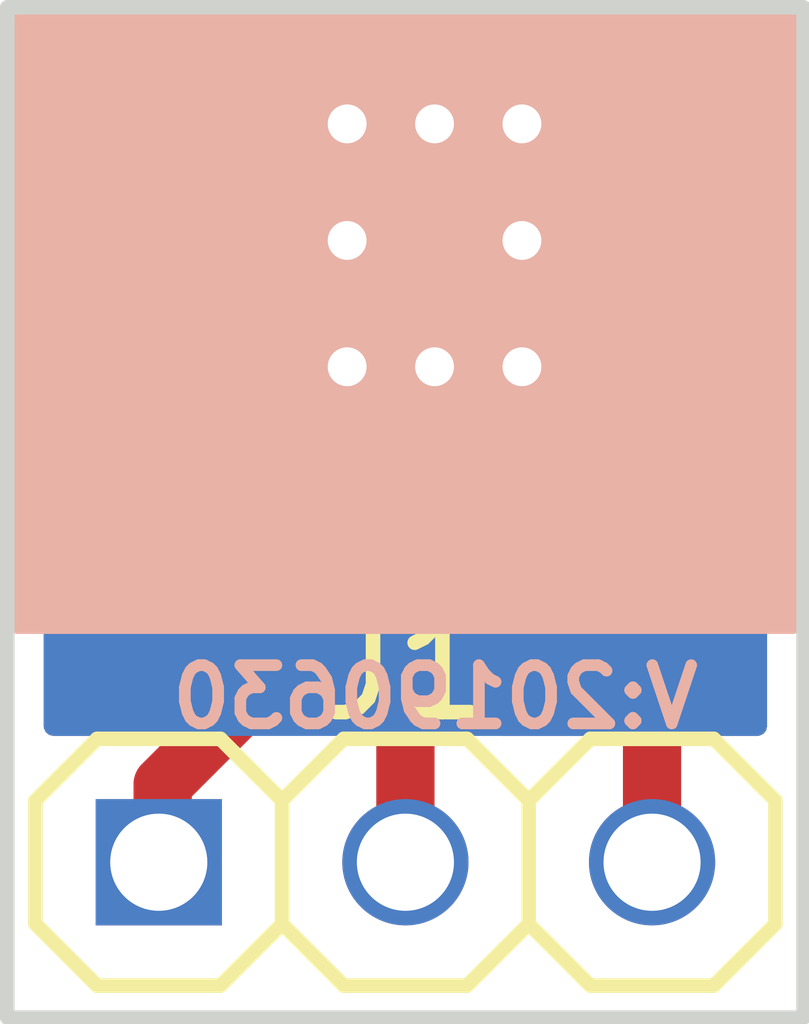
<source format=kicad_pcb>
(kicad_pcb (version 20171130) (host pcbnew 5.1.2-f72e74a~84~ubuntu18.04.1)

  (general
    (thickness 1.6)
    (drawings 5)
    (tracks 19)
    (zones 0)
    (modules 4)
    (nets 4)
  )

  (page A4)
  (layers
    (0 F.Cu signal)
    (31 B.Cu signal)
    (32 B.Adhes user)
    (33 F.Adhes user)
    (34 B.Paste user)
    (35 F.Paste user)
    (36 B.SilkS user)
    (37 F.SilkS user)
    (38 B.Mask user)
    (39 F.Mask user)
    (40 Dwgs.User user)
    (41 Cmts.User user)
    (42 Eco1.User user)
    (43 Eco2.User user)
    (44 Edge.Cuts user)
    (45 Margin user)
    (46 B.CrtYd user)
    (47 F.CrtYd user)
    (48 B.Fab user)
    (49 F.Fab user)
  )

  (setup
    (last_trace_width 0.1524)
    (user_trace_width 0.1524)
    (user_trace_width 0.2)
    (user_trace_width 0.3)
    (user_trace_width 0.4)
    (user_trace_width 0.6)
    (user_trace_width 1)
    (user_trace_width 1.5)
    (user_trace_width 2)
    (trace_clearance 0.1524)
    (zone_clearance 0.3)
    (zone_45_only no)
    (trace_min 0.1524)
    (via_size 0.381)
    (via_drill 0.254)
    (via_min_size 0.381)
    (via_min_drill 0.254)
    (user_via 0.4 0.254)
    (user_via 0.6 0.4)
    (user_via 0.8 0.6)
    (user_via 1 0.8)
    (user_via 1.3 1)
    (user_via 1.5 1.2)
    (user_via 1.7 1.4)
    (user_via 1.9 1.6)
    (uvia_size 0.381)
    (uvia_drill 0.254)
    (uvias_allowed no)
    (uvia_min_size 0.381)
    (uvia_min_drill 0.254)
    (edge_width 0.15)
    (segment_width 0.2)
    (pcb_text_width 0.3)
    (pcb_text_size 1.5 1.5)
    (mod_edge_width 0.15)
    (mod_text_size 1 1)
    (mod_text_width 0.15)
    (pad_size 0.6 1)
    (pad_drill 0)
    (pad_to_mask_clearance 0.1)
    (solder_mask_min_width 0.1)
    (pad_to_paste_clearance_ratio -0.15)
    (aux_axis_origin 0 0)
    (visible_elements FFFFFF7F)
    (pcbplotparams
      (layerselection 0x010fc_ffffffff)
      (usegerberextensions true)
      (usegerberattributes false)
      (usegerberadvancedattributes false)
      (creategerberjobfile false)
      (excludeedgelayer true)
      (linewidth 0.100000)
      (plotframeref false)
      (viasonmask false)
      (mode 1)
      (useauxorigin false)
      (hpglpennumber 1)
      (hpglpenspeed 20)
      (hpglpendiameter 15.000000)
      (psnegative false)
      (psa4output false)
      (plotreference true)
      (plotvalue true)
      (plotinvisibletext false)
      (padsonsilk false)
      (subtractmaskfromsilk false)
      (outputformat 1)
      (mirror false)
      (drillshape 0)
      (scaleselection 1)
      (outputdirectory "OSH_Park_2_layer_plots"))
  )

  (net 0 "")
  (net 1 /PIN_3)
  (net 2 /PIN_2)
  (net 3 /PIN_1)

  (net_class Default "This is the default net class."
    (clearance 0.1524)
    (trace_width 0.1524)
    (via_dia 0.381)
    (via_drill 0.254)
    (uvia_dia 0.381)
    (uvia_drill 0.254)
    (add_net /PIN_1)
    (add_net /PIN_2)
    (add_net /PIN_3)
  )

  (module SquantorIC:SOT23-3-Microchip-CB (layer F.Cu) (tedit 5D189B83) (tstamp 5D189F5E)
    (at 152 84.9)
    (descr "SOT23 3 pin, Microchip name CB")
    (tags "SOT23 3pin Microchip CB")
    (path /5D18A449)
    (fp_text reference U1 (at 0 -2.9) (layer F.SilkS)
      (effects (font (size 1 1) (thickness 0.15)))
    )
    (fp_text value Generic_SOT23-3 (at 0 2.8) (layer F.Fab) hide
      (effects (font (size 1 1) (thickness 0.15)))
    )
    (fp_line (start -1.7 -2.2) (end -1.7 2.2) (layer F.CrtYd) (width 0.05))
    (fp_line (start 1.7 -2.2) (end -1.7 -2.2) (layer F.CrtYd) (width 0.05))
    (fp_line (start 1.7 2.2) (end 1.7 -2.2) (layer F.CrtYd) (width 0.05))
    (fp_line (start -1.7 2.2) (end 1.7 2.2) (layer F.CrtYd) (width 0.05))
    (fp_line (start -1.3 0.6) (end -1.3 -0.6) (layer F.SilkS) (width 0.15))
    (fp_line (start 1.3 0.6) (end -1.3 0.6) (layer F.SilkS) (width 0.15))
    (fp_line (start 1.3 -0.6) (end 1.3 0.6) (layer F.SilkS) (width 0.15))
    (fp_line (start -1.3 -0.6) (end 1.3 -0.6) (layer F.SilkS) (width 0.15))
    (pad 3 smd rect (at 0 -1.35) (size 0.6 1) (layers F.Cu F.Paste F.Mask)
      (net 1 /PIN_3) (zone_connect 2))
    (pad 2 smd rect (at 0.95 1.35) (size 0.6 1) (layers F.Cu F.Paste F.Mask)
      (net 2 /PIN_2))
    (pad 1 smd rect (at -0.95 1.35) (size 0.6 1) (layers F.Cu F.Paste F.Mask)
      (net 3 /PIN_1))
  )

  (module SquantorConnectors:Header-0254-1X03-H010 (layer F.Cu) (tedit 5BE2003D) (tstamp 5D189F43)
    (at 151.7 90)
    (descr "PIN HEADER")
    (tags "PIN HEADER")
    (path /5D189E10)
    (attr virtual)
    (fp_text reference J1 (at 0 -2) (layer F.SilkS)
      (effects (font (size 1 1) (thickness 0.15)))
    )
    (fp_text value PINS_1X03 (at 0 2.1) (layer F.Fab) hide
      (effects (font (size 1 1) (thickness 0.15)))
    )
    (fp_line (start 1.905 1.27) (end 1.27 0.635) (layer F.SilkS) (width 0.15))
    (fp_line (start 3.175 1.27) (end 1.905 1.27) (layer F.SilkS) (width 0.15))
    (fp_line (start 3.81 0.635) (end 3.175 1.27) (layer F.SilkS) (width 0.15))
    (fp_line (start 3.81 -0.635) (end 3.81 0.635) (layer F.SilkS) (width 0.15))
    (fp_line (start 3.175 -1.27) (end 3.81 -0.635) (layer F.SilkS) (width 0.15))
    (fp_line (start 1.905 -1.27) (end 3.175 -1.27) (layer F.SilkS) (width 0.15))
    (fp_line (start 1.27 -0.635) (end 1.905 -1.27) (layer F.SilkS) (width 0.15))
    (fp_line (start -1.905 1.27) (end -3.175 1.27) (layer F.SilkS) (width 0.15))
    (fp_line (start -3.81 0.635) (end -3.175 1.27) (layer F.SilkS) (width 0.15))
    (fp_line (start -3.175 -1.27) (end -3.81 -0.635) (layer F.SilkS) (width 0.15))
    (fp_line (start -3.81 -0.635) (end -3.81 0.635) (layer F.SilkS) (width 0.15))
    (fp_line (start -0.635 1.27) (end -1.27 0.635) (layer F.SilkS) (width 0.15))
    (fp_line (start 0.635 1.27) (end -0.635 1.27) (layer F.SilkS) (width 0.15))
    (fp_line (start 1.27 0.635) (end 0.635 1.27) (layer F.SilkS) (width 0.15))
    (fp_line (start 1.27 -0.635) (end 1.27 0.635) (layer F.SilkS) (width 0.15))
    (fp_line (start 0.635 -1.27) (end 1.27 -0.635) (layer F.SilkS) (width 0.15))
    (fp_line (start -0.635 -1.27) (end 0.635 -1.27) (layer F.SilkS) (width 0.15))
    (fp_line (start -1.27 -0.635) (end -0.635 -1.27) (layer F.SilkS) (width 0.15))
    (fp_line (start -1.27 0.635) (end -1.905 1.27) (layer F.SilkS) (width 0.15))
    (fp_line (start -1.27 -0.635) (end -1.27 0.635) (layer F.SilkS) (width 0.15))
    (fp_line (start -1.905 -1.27) (end -1.27 -0.635) (layer F.SilkS) (width 0.15))
    (fp_line (start -3.175 -1.27) (end -1.905 -1.27) (layer F.SilkS) (width 0.15))
    (pad 3 thru_hole circle (at 2.54 0 180) (size 1.3 1.3) (drill 1) (layers *.Cu *.Mask)
      (net 1 /PIN_3))
    (pad 2 thru_hole circle (at 0 0 180) (size 1.3 1.3) (drill 1) (layers *.Cu *.Mask)
      (net 2 /PIN_2))
    (pad 1 thru_hole rect (at -2.54 0 180) (size 1.3 1.3) (drill 1) (layers *.Cu *.Mask)
      (net 3 /PIN_1))
  )

  (module Symbols:OSHW-Symbol_6.7x6mm_SilkScreen (layer B.Cu) (tedit 0) (tstamp 5D189FEB)
    (at 152 84.6 180)
    (descr "Open Source Hardware Symbol")
    (tags "Logo Symbol OSHW")
    (path /5A135869)
    (attr virtual)
    (fp_text reference N1 (at 0 0) (layer B.SilkS) hide
      (effects (font (size 1 1) (thickness 0.15)) (justify mirror))
    )
    (fp_text value OHWLOGO (at 0.75 0) (layer B.Fab) hide
      (effects (font (size 1 1) (thickness 0.15)) (justify mirror))
    )
    (fp_poly (pts (xy 0.555814 2.531069) (xy 0.639635 2.086445) (xy 0.94892 1.958947) (xy 1.258206 1.831449)
      (xy 1.629246 2.083754) (xy 1.733157 2.154004) (xy 1.827087 2.216728) (xy 1.906652 2.269062)
      (xy 1.96747 2.308143) (xy 2.005157 2.331107) (xy 2.015421 2.336058) (xy 2.03391 2.323324)
      (xy 2.07342 2.288118) (xy 2.129522 2.234938) (xy 2.197787 2.168282) (xy 2.273786 2.092646)
      (xy 2.353092 2.012528) (xy 2.431275 1.932426) (xy 2.503907 1.856836) (xy 2.566559 1.790255)
      (xy 2.614803 1.737182) (xy 2.64421 1.702113) (xy 2.651241 1.690377) (xy 2.641123 1.66874)
      (xy 2.612759 1.621338) (xy 2.569129 1.552807) (xy 2.513218 1.467785) (xy 2.448006 1.370907)
      (xy 2.410219 1.31565) (xy 2.341343 1.214752) (xy 2.28014 1.123701) (xy 2.229578 1.04703)
      (xy 2.192628 0.989272) (xy 2.172258 0.954957) (xy 2.169197 0.947746) (xy 2.176136 0.927252)
      (xy 2.195051 0.879487) (xy 2.223087 0.811168) (xy 2.257391 0.729011) (xy 2.295109 0.63973)
      (xy 2.333387 0.550042) (xy 2.36937 0.466662) (xy 2.400206 0.396306) (xy 2.423039 0.34569)
      (xy 2.435017 0.321529) (xy 2.435724 0.320578) (xy 2.454531 0.315964) (xy 2.504618 0.305672)
      (xy 2.580793 0.290713) (xy 2.677865 0.272099) (xy 2.790643 0.250841) (xy 2.856442 0.238582)
      (xy 2.97695 0.215638) (xy 3.085797 0.193805) (xy 3.177476 0.174278) (xy 3.246481 0.158252)
      (xy 3.287304 0.146921) (xy 3.295511 0.143326) (xy 3.303548 0.118994) (xy 3.310033 0.064041)
      (xy 3.31497 -0.015108) (xy 3.318364 -0.112026) (xy 3.320218 -0.220287) (xy 3.320538 -0.333465)
      (xy 3.319327 -0.445135) (xy 3.31659 -0.548868) (xy 3.312331 -0.638241) (xy 3.306555 -0.706826)
      (xy 3.299267 -0.748197) (xy 3.294895 -0.75681) (xy 3.268764 -0.767133) (xy 3.213393 -0.781892)
      (xy 3.136107 -0.799352) (xy 3.04423 -0.81778) (xy 3.012158 -0.823741) (xy 2.857524 -0.852066)
      (xy 2.735375 -0.874876) (xy 2.641673 -0.89308) (xy 2.572384 -0.907583) (xy 2.523471 -0.919292)
      (xy 2.490897 -0.929115) (xy 2.470628 -0.937956) (xy 2.458626 -0.946724) (xy 2.456947 -0.948457)
      (xy 2.440184 -0.976371) (xy 2.414614 -1.030695) (xy 2.382788 -1.104777) (xy 2.34726 -1.191965)
      (xy 2.310583 -1.285608) (xy 2.275311 -1.379052) (xy 2.243996 -1.465647) (xy 2.219193 -1.53874)
      (xy 2.203454 -1.591678) (xy 2.199332 -1.617811) (xy 2.199676 -1.618726) (xy 2.213641 -1.640086)
      (xy 2.245322 -1.687084) (xy 2.291391 -1.754827) (xy 2.348518 -1.838423) (xy 2.413373 -1.932982)
      (xy 2.431843 -1.959854) (xy 2.497699 -2.057275) (xy 2.55565 -2.146163) (xy 2.602538 -2.221412)
      (xy 2.635207 -2.27792) (xy 2.6505 -2.310581) (xy 2.651241 -2.314593) (xy 2.638392 -2.335684)
      (xy 2.602888 -2.377464) (xy 2.549293 -2.435445) (xy 2.482171 -2.505135) (xy 2.406087 -2.582045)
      (xy 2.325604 -2.661683) (xy 2.245287 -2.739561) (xy 2.169699 -2.811186) (xy 2.103405 -2.87207)
      (xy 2.050969 -2.917721) (xy 2.016955 -2.94365) (xy 2.007545 -2.947883) (xy 1.985643 -2.937912)
      (xy 1.9408 -2.91102) (xy 1.880321 -2.871736) (xy 1.833789 -2.840117) (xy 1.749475 -2.782098)
      (xy 1.649626 -2.713784) (xy 1.549473 -2.645579) (xy 1.495627 -2.609075) (xy 1.313371 -2.4858)
      (xy 1.160381 -2.56852) (xy 1.090682 -2.604759) (xy 1.031414 -2.632926) (xy 0.991311 -2.648991)
      (xy 0.981103 -2.651226) (xy 0.968829 -2.634722) (xy 0.944613 -2.588082) (xy 0.910263 -2.515609)
      (xy 0.867588 -2.421606) (xy 0.818394 -2.310374) (xy 0.76449 -2.186215) (xy 0.707684 -2.053432)
      (xy 0.649782 -1.916327) (xy 0.592593 -1.779202) (xy 0.537924 -1.646358) (xy 0.487584 -1.522098)
      (xy 0.44338 -1.410725) (xy 0.407119 -1.316539) (xy 0.380609 -1.243844) (xy 0.365658 -1.196941)
      (xy 0.363254 -1.180833) (xy 0.382311 -1.160286) (xy 0.424036 -1.126933) (xy 0.479706 -1.087702)
      (xy 0.484378 -1.084599) (xy 0.628264 -0.969423) (xy 0.744283 -0.835053) (xy 0.83143 -0.685784)
      (xy 0.888699 -0.525913) (xy 0.915086 -0.359737) (xy 0.909585 -0.191552) (xy 0.87119 -0.025655)
      (xy 0.798895 0.133658) (xy 0.777626 0.168513) (xy 0.666996 0.309263) (xy 0.536302 0.422286)
      (xy 0.390064 0.506997) (xy 0.232808 0.562806) (xy 0.069057 0.589126) (xy -0.096667 0.58537)
      (xy -0.259838 0.55095) (xy -0.415935 0.485277) (xy -0.560433 0.387765) (xy -0.605131 0.348187)
      (xy -0.718888 0.224297) (xy -0.801782 0.093876) (xy -0.858644 -0.052315) (xy -0.890313 -0.197088)
      (xy -0.898131 -0.35986) (xy -0.872062 -0.52344) (xy -0.814755 -0.682298) (xy -0.728856 -0.830906)
      (xy -0.617014 -0.963735) (xy -0.481877 -1.075256) (xy -0.464117 -1.087011) (xy -0.40785 -1.125508)
      (xy -0.365077 -1.158863) (xy -0.344628 -1.18016) (xy -0.344331 -1.180833) (xy -0.348721 -1.203871)
      (xy -0.366124 -1.256157) (xy -0.394732 -1.33339) (xy -0.432735 -1.431268) (xy -0.478326 -1.545491)
      (xy -0.529697 -1.671758) (xy -0.585038 -1.805767) (xy -0.642542 -1.943218) (xy -0.700399 -2.079808)
      (xy -0.756802 -2.211237) (xy -0.809942 -2.333205) (xy -0.85801 -2.441409) (xy -0.899199 -2.531549)
      (xy -0.931699 -2.599323) (xy -0.953703 -2.64043) (xy -0.962564 -2.651226) (xy -0.98964 -2.642819)
      (xy -1.040303 -2.620272) (xy -1.105817 -2.587613) (xy -1.141841 -2.56852) (xy -1.294832 -2.4858)
      (xy -1.477088 -2.609075) (xy -1.570125 -2.672228) (xy -1.671985 -2.741727) (xy -1.767438 -2.807165)
      (xy -1.81525 -2.840117) (xy -1.882495 -2.885273) (xy -1.939436 -2.921057) (xy -1.978646 -2.942938)
      (xy -1.991381 -2.947563) (xy -2.009917 -2.935085) (xy -2.050941 -2.900252) (xy -2.110475 -2.846678)
      (xy -2.184542 -2.777983) (xy -2.269165 -2.697781) (xy -2.322685 -2.646286) (xy -2.416319 -2.554286)
      (xy -2.497241 -2.471999) (xy -2.562177 -2.402945) (xy -2.607858 -2.350644) (xy -2.631011 -2.318616)
      (xy -2.633232 -2.312116) (xy -2.622924 -2.287394) (xy -2.594439 -2.237405) (xy -2.550937 -2.167212)
      (xy -2.495577 -2.081875) (xy -2.43152 -1.986456) (xy -2.413303 -1.959854) (xy -2.346927 -1.863167)
      (xy -2.287378 -1.776117) (xy -2.237984 -1.703595) (xy -2.202075 -1.650493) (xy -2.182981 -1.621703)
      (xy -2.181136 -1.618726) (xy -2.183895 -1.595782) (xy -2.198538 -1.545336) (xy -2.222513 -1.474041)
      (xy -2.253266 -1.388547) (xy -2.288244 -1.295507) (xy -2.324893 -1.201574) (xy -2.360661 -1.113399)
      (xy -2.392994 -1.037634) (xy -2.419338 -0.980931) (xy -2.437142 -0.949943) (xy -2.438407 -0.948457)
      (xy -2.449294 -0.939601) (xy -2.467682 -0.930843) (xy -2.497606 -0.921277) (xy -2.543103 -0.909996)
      (xy -2.608209 -0.896093) (xy -2.696961 -0.878663) (xy -2.813393 -0.856798) (xy -2.961542 -0.829591)
      (xy -2.993618 -0.823741) (xy -3.088686 -0.805374) (xy -3.171565 -0.787405) (xy -3.23493 -0.771569)
      (xy -3.271458 -0.7596) (xy -3.276356 -0.75681) (xy -3.284427 -0.732072) (xy -3.290987 -0.67679)
      (xy -3.296033 -0.597389) (xy -3.299559 -0.500296) (xy -3.301561 -0.391938) (xy -3.302036 -0.27874)
      (xy -3.300977 -0.167128) (xy -3.298382 -0.063529) (xy -3.294246 0.025632) (xy -3.288563 0.093928)
      (xy -3.281331 0.134934) (xy -3.276971 0.143326) (xy -3.252698 0.151792) (xy -3.197426 0.165565)
      (xy -3.116662 0.18345) (xy -3.015912 0.204252) (xy -2.900683 0.226777) (xy -2.837902 0.238582)
      (xy -2.718787 0.260849) (xy -2.612565 0.281021) (xy -2.524427 0.298085) (xy -2.459566 0.311031)
      (xy -2.423174 0.318845) (xy -2.417184 0.320578) (xy -2.407061 0.34011) (xy -2.385662 0.387157)
      (xy -2.355839 0.454997) (xy -2.320445 0.536909) (xy -2.282332 0.626172) (xy -2.244353 0.716065)
      (xy -2.20936 0.799865) (xy -2.180206 0.870853) (xy -2.159743 0.922306) (xy -2.150823 0.947503)
      (xy -2.150657 0.948604) (xy -2.160769 0.968481) (xy -2.189117 1.014223) (xy -2.232723 1.081283)
      (xy -2.288606 1.165116) (xy -2.353787 1.261174) (xy -2.391679 1.31635) (xy -2.460725 1.417519)
      (xy -2.52205 1.50937) (xy -2.572663 1.587256) (xy -2.609571 1.646531) (xy -2.629782 1.682549)
      (xy -2.632701 1.690623) (xy -2.620153 1.709416) (xy -2.585463 1.749543) (xy -2.533063 1.806507)
      (xy -2.467384 1.875815) (xy -2.392856 1.952969) (xy -2.313913 2.033475) (xy -2.234983 2.112837)
      (xy -2.1605 2.18656) (xy -2.094894 2.250148) (xy -2.042596 2.299106) (xy -2.008039 2.328939)
      (xy -1.996478 2.336058) (xy -1.977654 2.326047) (xy -1.932631 2.297922) (xy -1.865787 2.254546)
      (xy -1.781499 2.198782) (xy -1.684144 2.133494) (xy -1.610707 2.083754) (xy -1.239667 1.831449)
      (xy -0.621095 2.086445) (xy -0.537275 2.531069) (xy -0.453454 2.975693) (xy 0.471994 2.975693)
      (xy 0.555814 2.531069)) (layer B.SilkS) (width 0.01))
  )

  (module SquantorLabels:Label_version (layer B.Cu) (tedit 5B5A1E49) (tstamp 5B96DD88)
    (at 152 88.2)
    (path /5A1357A5)
    (fp_text reference N2 (at 0 -1.4) (layer B.Fab) hide
      (effects (font (size 1 1) (thickness 0.15)) (justify mirror))
    )
    (fp_text value 20190630 (at -0.4 0.1) (layer B.SilkS)
      (effects (font (size 0.6 0.6) (thickness 0.12)) (justify mirror))
    )
    (fp_text user V: (at 2.3 0.1) (layer B.SilkS)
      (effects (font (size 0.6 0.6) (thickness 0.12)) (justify mirror))
    )
  )

  (gr_poly (pts (xy 147.7 81.3) (xy 155.7 81.3) (xy 155.7 87.6) (xy 147.7 87.6)) (layer B.SilkS) (width 0.1))
  (gr_line (start 147.6 81.2) (end 147.6 91.6) (layer Edge.Cuts) (width 0.15) (tstamp 5D18A062))
  (gr_line (start 155.8 81.2) (end 147.6 81.2) (layer Edge.Cuts) (width 0.15))
  (gr_line (start 155.8 91.6) (end 155.8 81.2) (layer Edge.Cuts) (width 0.15))
  (gr_line (start 147.6 91.6) (end 155.8 91.6) (layer Edge.Cuts) (width 0.15))

  (via (at 151.1 84.9) (size 0.6) (drill 0.4) (layers F.Cu B.Cu) (net 1))
  (via (at 152 84.9) (size 0.6) (drill 0.4) (layers F.Cu B.Cu) (net 1))
  (via (at 152.9 84.9) (size 0.6) (drill 0.4) (layers F.Cu B.Cu) (net 1))
  (via (at 152.9 83.6) (size 0.6) (drill 0.4) (layers F.Cu B.Cu) (net 1))
  (via (at 151.1 83.6) (size 0.6) (drill 0.4) (layers F.Cu B.Cu) (net 1))
  (via (at 151.1 82.4) (size 0.6) (drill 0.4) (layers F.Cu B.Cu) (net 1))
  (via (at 152 82.4) (size 0.6) (drill 0.4) (layers F.Cu B.Cu) (net 1))
  (via (at 152.9 82.4) (size 0.6) (drill 0.4) (layers F.Cu B.Cu) (net 1))
  (segment (start 154.24 90) (end 154.24 88.26) (width 0.6) (layer F.Cu) (net 1))
  (segment (start 154.24 88.26) (end 154.3 88.2) (width 0.6) (layer F.Cu) (net 1))
  (segment (start 154.3 88.2) (end 154.3 85.4) (width 0.6) (layer F.Cu) (net 1))
  (segment (start 153.8 84.9) (end 152.9 84.9) (width 0.6) (layer F.Cu) (net 1))
  (segment (start 154.3 85.4) (end 153.8 84.9) (width 0.6) (layer F.Cu) (net 1))
  (segment (start 152.95 87.35) (end 151.7 88.6) (width 0.6) (layer F.Cu) (net 2))
  (segment (start 152.95 86.25) (end 152.95 87.35) (width 0.6) (layer F.Cu) (net 2))
  (segment (start 151.7 88.6) (end 151.7 90) (width 0.6) (layer F.Cu) (net 2))
  (segment (start 151.05 87.35) (end 149.2 89.2) (width 0.6) (layer F.Cu) (net 3))
  (segment (start 151.05 86.25) (end 151.05 87.35) (width 0.6) (layer F.Cu) (net 3))
  (segment (start 149.2 89.2) (end 149.2 90) (width 0.6) (layer F.Cu) (net 3))

  (zone (net 1) (net_name /PIN_3) (layer B.Cu) (tstamp 0) (hatch edge 0.508)
    (connect_pads (clearance 0.3))
    (min_thickness 0.2)
    (fill yes (arc_segments 32) (thermal_gap 0.3) (thermal_bridge_width 0.5))
    (polygon
      (pts
        (xy 147.6 81.2) (xy 155.8 81.2) (xy 155.8 88.7) (xy 147.6 88.7)
      )
    )
    (filled_polygon
      (pts
        (xy 155.325 88.6) (xy 148.075 88.6) (xy 148.075 81.675) (xy 155.325001 81.675)
      )
    )
  )
  (zone (net 1) (net_name /PIN_3) (layer F.Cu) (tstamp 0) (hatch edge 0.508)
    (connect_pads (clearance 0.3))
    (min_thickness 0.2)
    (fill yes (arc_segments 32) (thermal_gap 0.3) (thermal_bridge_width 0.5))
    (polygon
      (pts
        (xy 147.6 81.2) (xy 155.8 81.2) (xy 155.8 88.7) (xy 147.6 88.7)
      )
    )
    (filled_polygon
      (pts
        (xy 155.325 88.6) (xy 152.689949 88.6) (xy 153.420658 87.869292) (xy 153.44737 87.84737) (xy 153.469292 87.820658)
        (xy 153.534845 87.740782) (xy 153.599845 87.619175) (xy 153.639872 87.487224) (xy 153.65 87.38439) (xy 153.65 87.384387)
        (xy 153.653387 87.35) (xy 153.65 87.315613) (xy 153.65 86.769647) (xy 153.651935 86.75) (xy 153.651935 85.75)
        (xy 153.644212 85.671586) (xy 153.62134 85.596186) (xy 153.584197 85.526697) (xy 153.534211 85.465789) (xy 153.473303 85.415803)
        (xy 153.403814 85.37866) (xy 153.328414 85.355788) (xy 153.25 85.348065) (xy 152.65 85.348065) (xy 152.571586 85.355788)
        (xy 152.496186 85.37866) (xy 152.426697 85.415803) (xy 152.365789 85.465789) (xy 152.315803 85.526697) (xy 152.27866 85.596186)
        (xy 152.255788 85.671586) (xy 152.248065 85.75) (xy 152.248065 86.75) (xy 152.25 86.769651) (xy 152.250001 87.060049)
        (xy 151.703751 87.6063) (xy 151.739872 87.487224) (xy 151.75 87.38439) (xy 151.75 87.384388) (xy 151.753387 87.350001)
        (xy 151.75 87.315614) (xy 151.75 86.769647) (xy 151.751935 86.75) (xy 151.751935 85.75) (xy 151.744212 85.671586)
        (xy 151.72134 85.596186) (xy 151.684197 85.526697) (xy 151.634211 85.465789) (xy 151.573303 85.415803) (xy 151.503814 85.37866)
        (xy 151.428414 85.355788) (xy 151.35 85.348065) (xy 150.75 85.348065) (xy 150.671586 85.355788) (xy 150.596186 85.37866)
        (xy 150.526697 85.415803) (xy 150.465789 85.465789) (xy 150.415803 85.526697) (xy 150.37866 85.596186) (xy 150.355788 85.671586)
        (xy 150.348065 85.75) (xy 150.348065 86.75) (xy 150.35 86.769651) (xy 150.350001 87.060049) (xy 148.810051 88.6)
        (xy 148.075 88.6) (xy 148.075 81.675) (xy 155.325001 81.675)
      )
    )
  )
)

</source>
